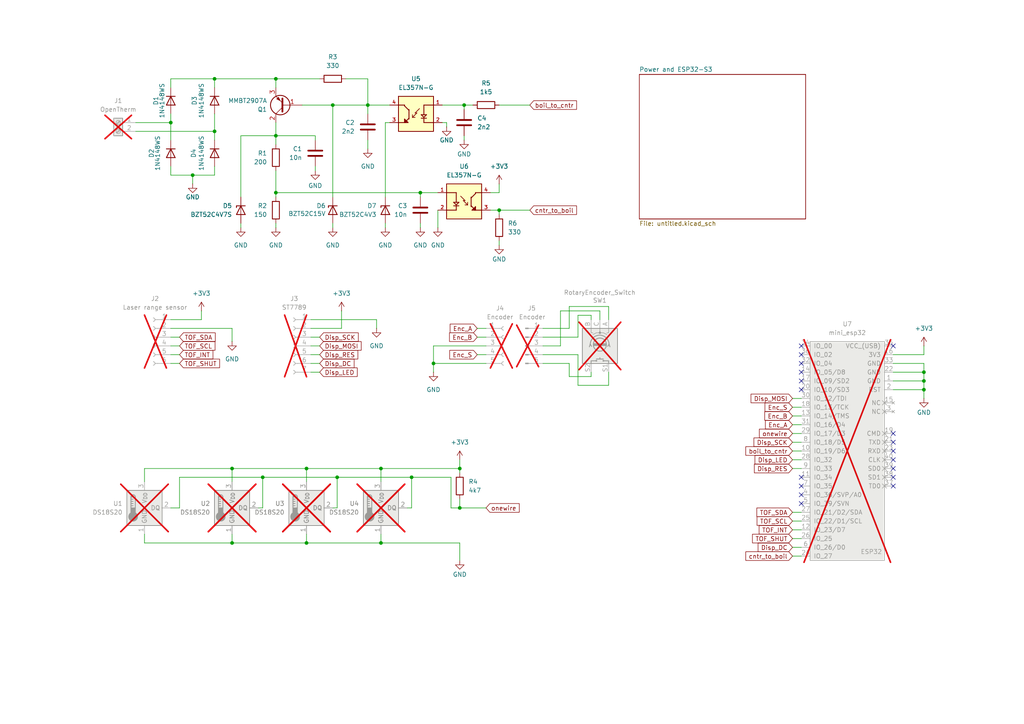
<source format=kicad_sch>
(kicad_sch (version 20231120) (generator "eeschema") (generator_version "8.0")
  (paper "A4")
  (lib_symbols
    (symbol "Connector:Conn_01x05_Pin" (pin_names (offset 1.016) hide)
      (property "Reference" "J" (at 0 7.62 0))
      (property "Value" "Conn_01x05_Pin" (at 0 -7.62 0))
      (symbol "Conn_01x05_Pin_1_1"
        (pin passive line (at 5.08 5.08 180) (length 3.81) (name "Pin_1") (number "1"))
        (pin passive line (at 5.08 2.54 180) (length 3.81) (name "Pin_2") (number "2"))
        (pin passive line (at 5.08 0 180) (length 3.81) (name "Pin_3") (number "3"))
        (pin passive line (at 5.08 -2.54 180) (length 3.81) (name "Pin_4") (number "4"))
        (pin passive line (at 5.08 -5.08 180) (length 3.81) (name "Pin_5") (number "5"))
      )
    )
    (symbol "Connector:Conn_01x05_Socket" (pin_names (offset 1.016) hide)
      (property "Reference" "J" (at 0 7.62 0))
      (property "Value" "Conn_01x05_Socket" (at 0 -7.62 0))
      (symbol "Conn_01x05_Socket_1_1"
        (pin passive line (at -5.08 5.08 0) (length 3.81) (name "Pin_1") (number "1"))
        (pin passive line (at -5.08 2.54 0) (length 3.81) (name "Pin_2") (number "2"))
        (pin passive line (at -5.08 0 0) (length 3.81) (name "Pin_3") (number "3"))
        (pin passive line (at -5.08 -2.54 0) (length 3.81) (name "Pin_4") (number "4"))
        (pin passive line (at -5.08 -5.08 0) (length 3.81) (name "Pin_5") (number "5"))
      )
    )
    (symbol "Connector:Conn_01x06_Socket" (pin_names (offset 1.016) hide)
      (property "Reference" "J" (at 0 7.62 0))
      (property "Value" "Conn_01x06_Socket" (at 0 -10.16 0))
      (symbol "Conn_01x06_Socket_1_1"
        (pin passive line (at -5.08 5.08 0) (length 3.81) (name "Pin_1") (number "1"))
        (pin passive line (at -5.08 2.54 0) (length 3.81) (name "Pin_2") (number "2"))
        (pin passive line (at -5.08 0 0) (length 3.81) (name "Pin_3") (number "3"))
        (pin passive line (at -5.08 -2.54 0) (length 3.81) (name "Pin_4") (number "4"))
        (pin passive line (at -5.08 -5.08 0) (length 3.81) (name "Pin_5") (number "5"))
        (pin passive line (at -5.08 -7.62 0) (length 3.81) (name "Pin_6") (number "6"))
      )
    )
    (symbol "Connector:Conn_01x07_Socket" (pin_names (offset 1.016) hide)
      (property "Reference" "J" (at 0 10.16 0))
      (property "Value" "Conn_01x07_Socket" (at 0 -10.16 0))
      (symbol "Conn_01x07_Socket_1_1"
        (pin passive line (at -5.08 7.62 0) (length 3.81) (name "Pin_1") (number "1"))
        (pin passive line (at -5.08 5.08 0) (length 3.81) (name "Pin_2") (number "2"))
        (pin passive line (at -5.08 2.54 0) (length 3.81) (name "Pin_3") (number "3"))
        (pin passive line (at -5.08 0 0) (length 3.81) (name "Pin_4") (number "4"))
        (pin passive line (at -5.08 -2.54 0) (length 3.81) (name "Pin_5") (number "5"))
        (pin passive line (at -5.08 -5.08 0) (length 3.81) (name "Pin_6") (number "6"))
        (pin passive line (at -5.08 -7.62 0) (length 3.81) (name "Pin_7") (number "7"))
      )
    )
    (symbol "Connector:Screw_Terminal_01x02" (pin_names (offset 1.016) hide)
      (property "Reference" "J" (at 0 2.54 0))
      (property "Value" "Screw_Terminal_01x02" (at 0 -5.08 0))
      (symbol "Screw_Terminal_01x02_1_1"
        (pin passive line (at -5.08 0 0) (length 3.81) (name "Pin_1") (number "1"))
        (pin passive line (at -5.08 -2.54 0) (length 3.81) (name "Pin_2") (number "2"))
      )
    )
    (symbol "D_1" (pin_numbers hide) (pin_names (offset 1.016) hide)
      (property "Reference" "D" (at 0 2.54 0))
      (property "Value" "D" (at 0 -2.54 0))
      (symbol "D_1_1_1"
        (pin passive line (at -3.81 0 0) (length 2.54) (name "K") (number "1"))
        (pin passive line (at 3.81 0 180) (length 2.54) (name "A") (number "2"))
      )
    )
    (symbol "D_2" (pin_numbers hide) (pin_names (offset 1.016) hide)
      (property "Reference" "D" (at 0 2.54 0))
      (property "Value" "D" (at 0 -2.54 0))
      (symbol "D_2_1_1"
        (pin passive line (at -3.81 0 0) (length 2.54) (name "K") (number "1"))
        (pin passive line (at 3.81 0 180) (length 2.54) (name "A") (number "2"))
      )
    )
    (symbol "D_3" (pin_numbers hide) (pin_names (offset 1.016) hide)
      (property "Reference" "D" (at 0 2.54 0))
      (property "Value" "D" (at 0 -2.54 0))
      (symbol "D_3_1_1"
        (pin passive line (at -3.81 0 0) (length 2.54) (name "K") (number "1"))
        (pin passive line (at 3.81 0 180) (length 2.54) (name "A") (number "2"))
      )
    )
    (symbol "D_Zener_1" (pin_numbers hide) (pin_names (offset 1.016) hide)
      (property "Reference" "D" (at 0 2.54 0))
      (property "Value" "D_Zener" (at 0 -2.54 0))
      (symbol "D_Zener_1_1_1"
        (pin passive line (at -3.81 0 0) (length 2.54) (name "K") (number "1"))
        (pin passive line (at 3.81 0 180) (length 2.54) (name "A") (number "2"))
      )
    )
    (symbol "D_Zener_2" (pin_numbers hide) (pin_names (offset 1.016) hide)
      (property "Reference" "D" (at 0 2.54 0))
      (property "Value" "D_Zener" (at 0 -2.54 0))
      (symbol "D_Zener_2_1_1"
        (pin passive line (at -3.81 0 0) (length 2.54) (name "K") (number "1"))
        (pin passive line (at 3.81 0 180) (length 2.54) (name "A") (number "2"))
      )
    )
    (symbol "Device:C" (pin_numbers hide) (pin_names (offset 0.254))
      (property "Reference" "C" (at 0.635 2.54 0))
      (property "Value" "C" (at 0.635 -2.54 0))
      (symbol "C_1_1"
        (pin passive line (at 0 3.81 270) (length 2.794) (name "~") (number "1"))
        (pin passive line (at 0 -3.81 90) (length 2.794) (name "~") (number "2"))
      )
    )
    (symbol "Device:D_Zener" (pin_numbers hide) (pin_names (offset 1.016) hide)
      (property "Reference" "D" (at 0 2.54 0))
      (property "Value" "D_Zener" (at 0 -2.54 0))
      (symbol "D_Zener_1_1"
        (pin passive line (at -3.81 0 0) (length 2.54) (name "K") (number "1"))
        (pin passive line (at 3.81 0 180) (length 2.54) (name "A") (number "2"))
      )
    )
    (symbol "Device:Q_PNP_BCE" (pin_names (offset 0) hide)
      (property "Reference" "Q" (at 5.08 1.27 0))
      (property "Value" "Q_PNP_BCE" (at 5.08 -1.27 0))
      (symbol "Q_PNP_BCE_1_1"
        (pin input line (at -5.08 0 0) (length 5.715) (name "B") (number "1"))
        (pin passive line (at 2.54 5.08 270) (length 2.54) (name "C") (number "2"))
        (pin passive line (at 2.54 -5.08 90) (length 2.54) (name "E") (number "3"))
      )
    )
    (symbol "Device:R" (pin_numbers hide) (pin_names (offset 0))
      (property "Reference" "R" (at 2.032 0 90))
      (property "Value" "R" (at 0 0 90))
      (symbol "R_1_1"
        (pin passive line (at 0 3.81 270) (length 1.27) (name "~") (number "1"))
        (pin passive line (at 0 -3.81 90) (length 1.27) (name "~") (number "2"))
      )
    )
    (symbol "Device:RotaryEncoder_Switch" (pin_names (offset 0.254) hide)
      (property "Reference" "SW" (at 0 6.604 0))
      (property "Value" "RotaryEncoder_Switch" (at 0 -6.604 0))
      (symbol "RotaryEncoder_Switch_1_1"
        (pin passive line (at -7.62 2.54 0) (length 2.54) (name "A") (number "A"))
        (pin passive line (at -7.62 -2.54 0) (length 2.54) (name "B") (number "B"))
        (pin passive line (at -7.62 0 0) (length 2.54) (name "C") (number "C"))
        (pin passive line (at 7.62 2.54 180) (length 2.54) (name "S1") (number "S1"))
        (pin passive line (at 7.62 -2.54 180) (length 2.54) (name "S2") (number "S2"))
      )
    )
    (symbol "EL357N-G:EL357N-G" (pin_names (offset 1.016))
      (property "Reference" "U" (at -5.08 5.08 0))
      (property "Value" "EL357N-G" (at -5.08 -7.62 0))
      (symbol "EL357N-G_0_0"
        (pin passive line (at -7.62 2.54 0) (length 2.54) (name "~") (number "1"))
        (pin passive line (at -7.62 -2.54 0) (length 2.54) (name "~") (number "2"))
        (pin passive line (at 7.62 -2.54 180) (length 2.54) (name "~") (number "3"))
        (pin passive line (at 7.62 2.54 180) (length 2.54) (name "~") (number "4"))
      )
    )
    (symbol "ESP32_mini:mini_esp32" (pin_names (offset 1.016))
      (property "Reference" "U" (at -7.62 -50.8 0))
      (property "Value" "mini_esp32" (at 5.08 -59.69 0))
      (symbol "mini_esp32_0_0"
        (text "ESP32" (at 7.62 -62.23 0) (effects (font (size 1.27 1.27))))
        (pin power_in line (at 13.97 -12.7 180) (length 2.54) (name "GND") (number "1"))
        (pin input line (at 13.97 -15.24 180) (length 2.54) (name "RST") (number "2"))
        (pin no_connect non_logic (at 13.97 -21.59 180) (length 2.54) (name "NC") (number "3"))
        (pin bidirectional line (at -12.7 -45.72 0) (length 2.54) (name "IO_36/SVP/A0") (number "4"))
        (pin bidirectional line (at -12.7 -48.26 0) (length 2.54) (name "IO_39/SVN") (number "5"))
      )
      (symbol "mini_esp32_1_1"
        (pin bidirectional line (at -12.7 -33.02 0) (length 2.54) (name "IO_19/D6") (number "10"))
        (pin bidirectional line (at -12.7 -40.64 0) (length 2.54) (name "IO_34") (number "11"))
        (pin bidirectional line (at -12.7 -55.88 0) (length 2.54) (name "IO_23/D7") (number "12"))
        (pin bidirectional line (at -12.7 -22.86 0) (length 2.54) (name "IO_14/TMS") (number "13"))
        (pin bidirectional line (at -12.7 -10.16 0) (length 2.54) (name "IO_05/D8") (number "14"))
        (pin no_connect non_logic (at 13.97 -19.05 180) (length 2.54) (name "NC") (number "15"))
        (pin power_in line (at 13.97 -5.08 180) (length 2.54) (name "3V3") (number "16"))
        (pin bidirectional line (at -12.7 -12.7 0) (length 2.54) (name "IO_09/SD2") (number "17"))
        (pin bidirectional line (at -12.7 -20.32 0) (length 2.54) (name "IO_13/TCK") (number "18"))
        (pin passive non_logic (at 13.97 -27.94 180) (length 2.54) (name "CMD") (number "19"))
        (pin bidirectional line (at -12.7 -15.24 0) (length 2.54) (name "IO_10/SD3") (number "20"))
        (pin passive non_logic (at 13.97 -30.48 180) (length 2.54) (name "TXD") (number "21"))
        (pin power_in line (at 13.97 -10.16 180) (length 2.54) (name "GND") (number "22"))
        (pin passive non_logic (at 13.97 -33.02 180) (length 2.54) (name "RXD") (number "23"))
        (pin bidirectional line (at -12.7 -63.5 0) (length 2.54) (name "IO_27") (number "24"))
        (pin bidirectional line (at -12.7 -53.34 0) (length 2.54) (name "IO_22/D1/SCL") (number "25"))
        (pin bidirectional line (at -12.7 -58.42 0) (length 2.54) (name "IO_25") (number "26"))
        (pin bidirectional line (at -12.7 -50.8 0) (length 2.54) (name "IO_21/D2/SDA") (number "27"))
        (pin bidirectional line (at -12.7 -35.56 0) (length 2.54) (name "IO_32") (number "28"))
        (pin bidirectional line (at -12.7 -27.94 0) (length 2.54) (name "IO_17/D3") (number "29"))
        (pin bidirectional line (at -12.7 -17.78 0) (length 2.54) (name "IO_12/TDI") (number "30"))
        (pin bidirectional line (at -12.7 -25.4 0) (length 2.54) (name "IO_16/D4") (number "31"))
        (pin bidirectional line (at -12.7 -7.62 0) (length 2.54) (name "IO_04") (number "32"))
        (pin power_in line (at 13.97 -7.62 180) (length 2.54) (name "GND") (number "33"))
        (pin bidirectional line (at -12.7 -2.54 0) (length 2.54) (name "IO_00") (number "34"))
        (pin power_in line (at 13.97 -2.54 180) (length 2.54) (name "VCC_(USB)") (number "35"))
        (pin bidirectional line (at -12.7 -5.08 0) (length 2.54) (name "IO_02") (number "36"))
        (pin passive non_logic (at 13.97 -43.18 180) (length 2.54) (name "TD0") (number "37"))
        (pin passive non_logic (at 13.97 -40.64 180) (length 2.54) (name "SD1") (number "38"))
        (pin passive non_logic (at 13.97 -38.1 180) (length 2.54) (name "SD0") (number "39"))
        (pin passive non_logic (at 13.97 -35.56 180) (length 2.54) (name "CLK") (number "40"))
        (pin bidirectional line (at -12.7 -60.96 0) (length 2.54) (name "IO_26/D0") (number "6"))
        (pin bidirectional line (at -12.7 -43.18 0) (length 2.54) (name "IO_35") (number "7"))
        (pin bidirectional line (at -12.7 -30.48 0) (length 2.54) (name "IO_18/D5") (number "8"))
        (pin bidirectional line (at -12.7 -38.1 0) (length 2.54) (name "IO_33") (number "9"))
      )
    )
    (symbol "Sensor_Temperature:DS18S20"
      (property "Reference" "U" (at -3.81 6.35 0))
      (property "Value" "DS18S20" (at 6.35 6.35 0))
      (symbol "DS18S20_1_1"
        (pin power_in line (at 0 -7.62 90) (length 2.54) (name "GND") (number "1"))
        (pin bidirectional line (at 7.62 0 180) (length 2.54) (name "DQ") (number "2"))
        (pin power_in line (at 0 7.62 270) (length 2.54) (name "V_{DD}") (number "3"))
      )
    )
    (symbol "Simulation_SPICE:D" (pin_numbers hide) (pin_names (offset 1.016) hide)
      (property "Reference" "D" (at 0 2.54 0))
      (property "Value" "D" (at 0 -2.54 0))
      (symbol "D_1_1"
        (pin passive line (at -3.81 0 0) (length 2.54) (name "K") (number "1"))
        (pin passive line (at 3.81 0 180) (length 2.54) (name "A") (number "2"))
      )
    )
    (symbol "power:+3V3" (power) (pin_numbers hide) (pin_names (offset 0) hide)
      (property "Value" "+3V3" (at 0 3.556 0))
      (symbol "+3V3_1_1"
        (pin power_in line (at 0 0 90) (length 0) (name "~") (number "1"))
      )
    )
    (symbol "power:GND" (power) (pin_numbers hide) (pin_names (offset 0) hide)
      (property "Value" "GND" (at 0 -3.81 0))
      (symbol "GND_1_1"
        (pin power_in line (at 0 0 270) (length 0) (name "~") (number "1"))
      )
    )
  )
  (junction (at 267.97 107.95))
  (junction (at 267.97 110.49))
  (junction (at 80.01 22.86))
  (junction (at 110.49 135.89))
  (junction (at 49.53 35.56))
  (junction (at 76.2 138.43))
  (junction (at 96.52 30.48))
  (junction (at 97.79 138.43))
  (junction (at 133.35 135.89))
  (junction (at 110.49 157.48))
  (junction (at 144.78 60.96))
  (junction (at 55.88 50.8))
  (junction (at 133.35 147.32))
  (junction (at 121.92 55.88))
  (junction (at 62.23 22.86))
  (junction (at 62.23 38.1))
  (junction (at 80.01 39.37))
  (junction (at 267.97 113.03))
  (junction (at 67.31 135.89))
  (junction (at 125.73 105.41))
  (junction (at 88.9 157.48))
  (junction (at 67.31 157.48))
  (junction (at 80.01 55.88))
  (junction (at 106.68 30.48))
  (junction (at 88.9 135.89))
  (junction (at 134.62 30.48))
  (junction (at 119.38 138.43))
  (no_connect (at 259.08 125.73))
  (no_connect (at 232.41 105.41))
  (no_connect (at 232.41 102.87))
  (no_connect (at 232.41 140.97))
  (no_connect (at 232.41 143.51))
  (no_connect (at 232.41 146.05))
  (no_connect (at 232.41 113.03))
  (no_connect (at 259.08 135.89))
  (no_connect (at 232.41 100.33))
  (no_connect (at 232.41 107.95))
  (no_connect (at 259.08 100.33))
  (no_connect (at 259.08 130.81))
  (no_connect (at 232.41 138.43))
  (no_connect (at 259.08 138.43))
  (no_connect (at 232.41 110.49))
  (no_connect (at 259.08 140.97))
  (no_connect (at 259.08 128.27))
  (no_connect (at 259.08 133.35))
  (wire (pts (xy 106.68 40.64) (xy 106.68 43.18)))
  (wire (pts (xy 267.97 100.33) (xy 267.97 102.87)))
  (wire (pts (xy 173.99 92.71) (xy 173.99 90.17)))
  (wire (pts (xy 167.64 91.44) (xy 167.64 97.79)))
  (wire (pts (xy 130.81 147.32) (xy 133.35 147.32)))
  (wire (pts (xy 165.1 109.22) (xy 165.1 105.41)))
  (wire (pts (xy 144.78 60.96) (xy 153.67 60.96)))
  (wire (pts (xy 118.11 147.32) (xy 119.38 147.32)))
  (wire (pts (xy 41.91 135.89) (xy 67.31 135.89)))
  (wire (pts (xy 267.97 107.95) (xy 267.97 110.49)))
  (wire (pts (xy 140.97 105.41) (xy 125.73 105.41)))
  (wire (pts (xy 259.08 102.87) (xy 267.97 102.87)))
  (wire (pts (xy 69.85 64.77) (xy 69.85 66.04)))
  (wire (pts (xy 121.92 55.88) (xy 121.92 57.15)))
  (wire (pts (xy 99.06 95.25) (xy 99.06 90.17)))
  (wire (pts (xy 55.88 50.8) (xy 49.53 50.8)))
  (wire (pts (xy 106.68 30.48) (xy 113.03 30.48)))
  (wire (pts (xy 140.97 95.25) (xy 138.43 95.25)))
  (wire (pts (xy 67.31 154.94) (xy 67.31 157.48)))
  (wire (pts (xy 140.97 97.79) (xy 138.43 97.79)))
  (wire (pts (xy 62.23 22.86) (xy 80.01 22.86)))
  (wire (pts (xy 55.88 50.8) (xy 55.88 53.34)))
  (wire (pts (xy 62.23 48.26) (xy 62.23 50.8)))
  (wire (pts (xy 125.73 100.33) (xy 125.73 105.41)))
  (wire (pts (xy 80.01 55.88) (xy 80.01 57.15)))
  (wire (pts (xy 259.08 107.95) (xy 267.97 107.95)))
  (wire (pts (xy 62.23 22.86) (xy 62.23 25.4)))
  (wire (pts (xy 232.41 135.89) (xy 229.87 135.89)))
  (wire (pts (xy 229.87 125.73) (xy 232.41 125.73)))
  (wire (pts (xy 110.49 135.89) (xy 110.49 139.7)))
  (wire (pts (xy 133.35 144.78) (xy 133.35 147.32)))
  (wire (pts (xy 133.35 157.48) (xy 133.35 162.56)))
  (wire (pts (xy 110.49 135.89) (xy 133.35 135.89)))
  (wire (pts (xy 49.53 147.32) (xy 52.07 147.32)))
  (wire (pts (xy 232.41 151.13) (xy 229.87 151.13)))
  (wire (pts (xy 76.2 138.43) (xy 97.79 138.43)))
  (wire (pts (xy 267.97 115.57) (xy 267.97 113.03)))
  (wire (pts (xy 142.24 55.88) (xy 144.78 55.88)))
  (wire (pts (xy 232.41 130.81) (xy 229.87 130.81)))
  (wire (pts (xy 144.78 30.48) (xy 153.67 30.48)))
  (wire (pts (xy 121.92 64.77) (xy 121.92 66.04)))
  (wire (pts (xy 267.97 110.49) (xy 259.08 110.49)))
  (wire (pts (xy 97.79 138.43) (xy 119.38 138.43)))
  (wire (pts (xy 92.71 22.86) (xy 80.01 22.86)))
  (wire (pts (xy 144.78 69.85) (xy 144.78 71.12)))
  (wire (pts (xy 106.68 30.48) (xy 106.68 33.02)))
  (wire (pts (xy 80.01 22.86) (xy 80.01 25.4)))
  (wire (pts (xy 167.64 102.87) (xy 157.48 102.87)))
  (wire (pts (xy 140.97 100.33) (xy 125.73 100.33)))
  (wire (pts (xy 173.99 90.17) (xy 162.56 90.17)))
  (wire (pts (xy 121.92 55.88) (xy 127 55.88)))
  (wire (pts (xy 111.76 35.56) (xy 113.03 35.56)))
  (wire (pts (xy 49.53 35.56) (xy 49.53 40.64)))
  (wire (pts (xy 162.56 90.17) (xy 162.56 100.33)))
  (wire (pts (xy 88.9 135.89) (xy 88.9 139.7)))
  (wire (pts (xy 49.53 33.02) (xy 49.53 35.56)))
  (wire (pts (xy 96.52 147.32) (xy 97.79 147.32)))
  (wire (pts (xy 41.91 157.48) (xy 67.31 157.48)))
  (wire (pts (xy 232.41 133.35) (xy 229.87 133.35)))
  (wire (pts (xy 41.91 154.94) (xy 41.91 157.48)))
  (wire (pts (xy 259.08 113.03) (xy 267.97 113.03)))
  (wire (pts (xy 267.97 105.41) (xy 267.97 107.95)))
  (wire (pts (xy 67.31 157.48) (xy 88.9 157.48)))
  (wire (pts (xy 176.53 88.9) (xy 165.1 88.9)))
  (wire (pts (xy 137.16 30.48) (xy 134.62 30.48)))
  (wire (pts (xy 229.87 156.21) (xy 232.41 156.21)))
  (wire (pts (xy 88.9 157.48) (xy 110.49 157.48)))
  (wire (pts (xy 80.01 64.77) (xy 80.01 66.04)))
  (wire (pts (xy 49.53 22.86) (xy 62.23 22.86)))
  (wire (pts (xy 128.27 30.48) (xy 134.62 30.48)))
  (wire (pts (xy 90.17 105.41) (xy 92.71 105.41)))
  (wire (pts (xy 232.41 128.27) (xy 229.87 128.27)))
  (wire (pts (xy 111.76 64.77) (xy 111.76 66.04)))
  (wire (pts (xy 80.01 39.37) (xy 80.01 41.91)))
  (wire (pts (xy 58.42 92.71) (xy 58.42 90.17)))
  (wire (pts (xy 67.31 95.25) (xy 49.53 95.25)))
  (wire (pts (xy 49.53 102.87) (xy 52.07 102.87)))
  (wire (pts (xy 165.1 88.9) (xy 165.1 95.25)))
  (wire (pts (xy 76.2 138.43) (xy 76.2 147.32)))
  (wire (pts (xy 67.31 99.06) (xy 67.31 95.25)))
  (wire (pts (xy 96.52 30.48) (xy 106.68 30.48)))
  (wire (pts (xy 106.68 30.48) (xy 106.68 22.86)))
  (wire (pts (xy 62.23 38.1) (xy 62.23 40.64)))
  (wire (pts (xy 62.23 50.8) (xy 55.88 50.8)))
  (wire (pts (xy 133.35 135.89) (xy 133.35 137.16)))
  (wire (pts (xy 140.97 102.87) (xy 138.43 102.87)))
  (wire (pts (xy 232.41 118.11) (xy 229.87 118.11)))
  (wire (pts (xy 67.31 135.89) (xy 88.9 135.89)))
  (wire (pts (xy 232.41 115.57) (xy 229.87 115.57)))
  (wire (pts (xy 229.87 158.75) (xy 232.41 158.75)))
  (wire (pts (xy 171.45 107.95) (xy 171.45 109.22)))
  (wire (pts (xy 90.17 100.33) (xy 92.71 100.33)))
  (wire (pts (xy 90.17 107.95) (xy 92.71 107.95)))
  (wire (pts (xy 176.53 111.76) (xy 167.64 111.76)))
  (wire (pts (xy 49.53 97.79) (xy 52.07 97.79)))
  (wire (pts (xy 171.45 92.71) (xy 171.45 91.44)))
  (wire (pts (xy 142.24 60.96) (xy 144.78 60.96)))
  (wire (pts (xy 167.64 111.76) (xy 167.64 102.87)))
  (wire (pts (xy 49.53 50.8) (xy 49.53 48.26)))
  (wire (pts (xy 39.37 38.1) (xy 62.23 38.1)))
  (wire (pts (xy 91.44 40.64) (xy 91.44 39.37)))
  (wire (pts (xy 49.53 105.41) (xy 52.07 105.41)))
  (wire (pts (xy 67.31 135.89) (xy 67.31 139.7)))
  (wire (pts (xy 167.64 97.79) (xy 157.48 97.79)))
  (wire (pts (xy 90.17 92.71) (xy 109.22 92.71)))
  (wire (pts (xy 162.56 100.33) (xy 157.48 100.33)))
  (wire (pts (xy 90.17 97.79) (xy 92.71 97.79)))
  (wire (pts (xy 232.41 148.59) (xy 229.87 148.59)))
  (wire (pts (xy 129.54 35.56) (xy 129.54 36.83)))
  (wire (pts (xy 134.62 39.37) (xy 134.62 40.64)))
  (wire (pts (xy 232.41 123.19) (xy 229.87 123.19)))
  (wire (pts (xy 171.45 109.22) (xy 165.1 109.22)))
  (wire (pts (xy 41.91 139.7) (xy 41.91 135.89)))
  (wire (pts (xy 128.27 35.56) (xy 129.54 35.56)))
  (wire (pts (xy 229.87 161.29) (xy 232.41 161.29)))
  (wire (pts (xy 80.01 49.53) (xy 80.01 55.88)))
  (wire (pts (xy 144.78 53.34) (xy 144.78 55.88)))
  (wire (pts (xy 91.44 48.26) (xy 91.44 49.53)))
  (wire (pts (xy 80.01 55.88) (xy 121.92 55.88)))
  (wire (pts (xy 144.78 60.96) (xy 144.78 62.23)))
  (wire (pts (xy 90.17 95.25) (xy 99.06 95.25)))
  (wire (pts (xy 267.97 113.03) (xy 267.97 110.49)))
  (wire (pts (xy 49.53 25.4) (xy 49.53 22.86)))
  (wire (pts (xy 91.44 39.37) (xy 80.01 39.37)))
  (wire (pts (xy 87.63 30.48) (xy 96.52 30.48)))
  (wire (pts (xy 119.38 138.43) (xy 130.81 138.43)))
  (wire (pts (xy 96.52 64.77) (xy 96.52 66.04)))
  (wire (pts (xy 97.79 138.43) (xy 97.79 147.32)))
  (wire (pts (xy 74.93 147.32) (xy 76.2 147.32)))
  (wire (pts (xy 109.22 92.71) (xy 109.22 95.25)))
  (wire (pts (xy 80.01 39.37) (xy 69.85 39.37)))
  (wire (pts (xy 127 60.96) (xy 127 66.04)))
  (wire (pts (xy 62.23 33.02) (xy 62.23 38.1)))
  (wire (pts (xy 125.73 105.41) (xy 125.73 107.95)))
  (wire (pts (xy 165.1 95.25) (xy 157.48 95.25)))
  (wire (pts (xy 100.33 22.86) (xy 106.68 22.86)))
  (wire (pts (xy 259.08 105.41) (xy 267.97 105.41)))
  (wire (pts (xy 111.76 35.56) (xy 111.76 57.15)))
  (wire (pts (xy 171.45 91.44) (xy 167.64 91.44)))
  (wire (pts (xy 52.07 147.32) (xy 52.07 138.43)))
  (wire (pts (xy 119.38 138.43) (xy 119.38 147.32)))
  (wire (pts (xy 176.53 92.71) (xy 176.53 88.9)))
  (wire (pts (xy 90.17 102.87) (xy 92.71 102.87)))
  (wire (pts (xy 165.1 105.41) (xy 157.48 105.41)))
  (wire (pts (xy 69.85 39.37) (xy 69.85 57.15)))
  (wire (pts (xy 96.52 30.48) (xy 96.52 57.15)))
  (wire (pts (xy 80.01 35.56) (xy 80.01 39.37)))
  (wire (pts (xy 88.9 135.89) (xy 110.49 135.89)))
  (wire (pts (xy 49.53 92.71) (xy 58.42 92.71)))
  (wire (pts (xy 52.07 138.43) (xy 76.2 138.43)))
  (wire (pts (xy 110.49 154.94) (xy 110.49 157.48)))
  (wire (pts (xy 134.62 30.48) (xy 134.62 31.75)))
  (wire (pts (xy 133.35 133.35) (xy 133.35 135.89)))
  (wire (pts (xy 130.81 138.43) (xy 130.81 147.32)))
  (wire (pts (xy 133.35 147.32) (xy 140.97 147.32)))
  (wire (pts (xy 232.41 120.65) (xy 229.87 120.65)))
  (wire (pts (xy 176.53 107.95) (xy 176.53 111.76)))
  (wire (pts (xy 232.41 153.67) (xy 229.87 153.67)))
  (wire (pts (xy 110.49 157.48) (xy 133.35 157.48)))
  (wire (pts (xy 88.9 154.94) (xy 88.9 157.48)))
  (wire (pts (xy 49.53 100.33) (xy 52.07 100.33)))
  (wire (pts (xy 39.37 35.56) (xy 49.53 35.56)))
  (global_label "Disp_RES" (shape input) (at 229.87 135.89 180) (property "Intersheetrefs" "${INTERSHEET_REFS}" (effects (hide yes))))
  (global_label "TOF_INT" (shape input) (at 229.87 153.67 180) (property "Intersheetrefs" "${INTERSHEET_REFS}" (effects (hide yes))))
  (global_label "cntr_to_boil" (shape input) (at 153.67 60.96 0) (property "Intersheetrefs" "${INTERSHEET_REFS}" (effects (hide yes))))
  (global_label "boil_to_cntr" (shape input) (at 153.67 30.48 0) (property "Intersheetrefs" "${INTERSHEET_REFS}" (effects (hide yes))))
  (global_label "Enc_S" (shape input) (at 229.87 118.11 180) (property "Intersheetrefs" "${INTERSHEET_REFS}" (effects (hide yes))))
  (global_label "Enc_A" (shape input) (at 229.87 123.19 180) (property "Intersheetrefs" "${INTERSHEET_REFS}" (effects (hide yes))))
  (global_label "Disp_LED" (shape input) (at 229.87 133.35 180) (property "Intersheetrefs" "${INTERSHEET_REFS}" (effects (hide yes))))
  (global_label "TOF_SDA" (shape input) (at 229.87 148.59 180) (property "Intersheetrefs" "${INTERSHEET_REFS}" (effects (hide yes))))
  (global_label "Enc_B" (shape input) (at 138.43 97.79 180) (property "Intersheetrefs" "${INTERSHEET_REFS}" (effects (hide yes))))
  (global_label "Enc_S" (shape input) (at 138.43 102.87 180) (property "Intersheetrefs" "${INTERSHEET_REFS}" (effects (hide yes))))
  (global_label "onewire" (shape input) (at 140.97 147.32 0) (property "Intersheetrefs" "${INTERSHEET_REFS}" (effects (hide yes))))
  (global_label "Disp_DC" (shape input) (at 92.71 105.41 0) (property "Intersheetrefs" "${INTERSHEET_REFS}" (effects (hide yes))))
  (global_label "TOF_SHUT" (shape input) (at 229.87 156.21 180) (property "Intersheetrefs" "${INTERSHEET_REFS}" (effects (hide yes))))
  (global_label "Disp_LED" (shape input) (at 92.71 107.95 0) (property "Intersheetrefs" "${INTERSHEET_REFS}" (effects (hide yes))))
  (global_label "Disp_DC" (shape input) (at 229.87 158.75 180) (property "Intersheetrefs" "${INTERSHEET_REFS}" (effects (hide yes))))
  (global_label "cntr_to_boil" (shape input) (at 229.87 161.29 180) (property "Intersheetrefs" "${INTERSHEET_REFS}" (effects (hide yes))))
  (global_label "Enc_B" (shape input) (at 229.87 120.65 180) (property "Intersheetrefs" "${INTERSHEET_REFS}" (effects (hide yes))))
  (global_label "Disp_MOSI" (shape input) (at 92.71 100.33 0) (property "Intersheetrefs" "${INTERSHEET_REFS}" (effects (hide yes))))
  (global_label "TOF_SCL" (shape input) (at 52.07 100.33 0) (property "Intersheetrefs" "${INTERSHEET_REFS}" (effects (hide yes))))
  (global_label "Disp_RES" (shape input) (at 92.71 102.87 0) (property "Intersheetrefs" "${INTERSHEET_REFS}" (effects (hide yes))))
  (global_label "TOF_SHUT" (shape input) (at 52.07 105.41 0) (property "Intersheetrefs" "${INTERSHEET_REFS}" (effects (hide yes))))
  (global_label "TOF_INT" (shape input) (at 52.07 102.87 0) (property "Intersheetrefs" "${INTERSHEET_REFS}" (effects (hide yes))))
  (global_label "Enc_A" (shape input) (at 138.43 95.25 180) (property "Intersheetrefs" "${INTERSHEET_REFS}" (effects (hide yes))))
  (global_label "boil_to_cntr" (shape input) (at 229.87 130.81 180) (property "Intersheetrefs" "${INTERSHEET_REFS}" (effects (hide yes))))
  (global_label "Disp_SCK" (shape input) (at 92.71 97.79 0) (property "Intersheetrefs" "${INTERSHEET_REFS}" (effects (hide yes))))
  (global_label "TOF_SDA" (shape input) (at 52.07 97.79 0) (property "Intersheetrefs" "${INTERSHEET_REFS}" (effects (hide yes))))
  (global_label "Disp_SCK" (shape input) (at 229.87 128.27 180) (property "Intersheetrefs" "${INTERSHEET_REFS}" (effects (hide yes))))
  (global_label "TOF_SCL" (shape input) (at 229.87 151.13 180) (property "Intersheetrefs" "${INTERSHEET_REFS}" (effects (hide yes))))
  (global_label "onewire" (shape input) (at 229.87 125.73 180) (property "Intersheetrefs" "${INTERSHEET_REFS}" (effects (hide yes))))
  (global_label "Disp_MOSI" (shape input) (at 229.87 115.57 180) (property "Intersheetrefs" "${INTERSHEET_REFS}" (effects (hide yes))))
  (symbol (lib_id "power:GND") (at 133.35 162.56 0) (unit 1)
    (property "Reference" "#PWR017" (effects (hide yes)))
    (property "Value" "GND" (at 133.35 166.624 0))
    (property "Description" "Power symbol creates a global label with name \"GND\" , ground" (effects (hide yes)))
  )
  (symbol (lib_id "Device:R") (at 144.78 66.04 0) (unit 1)
    (property "Reference" "R6" (at 147.32 64.7699 0) (effects (justify left)))
    (property "Value" "330" (at 147.32 67.3099 0) (effects (justify left)))
    (property "Footprint" "Diode_SMD:D_0805_2012Metric" (effects (hide yes)))
    (property "Description" "Resistor" (effects (hide yes)))
    (property "LCSC Part # " "C17630" (effects (hide yes)))
  )
  (symbol (lib_id "power:+3V3") (at 144.78 53.34 0) (unit 1)
    (property "Reference" "#PWR019" (effects (hide yes)))
    (property "Value" "+3V3" (at 144.78 48.26 0))
    (property "Description" "Power symbol creates a global label with name \"+3V3\"" (effects (hide yes)))
  )
  (symbol (lib_id "power:GND") (at 96.52 66.04 0) (unit 1)
    (property "Reference" "#PWR07" (effects (hide yes)))
    (property "Value" "GND" (at 96.52 71.12 0))
    (property "Description" "Power symbol creates a global label with name \"GND\" , ground" (effects (hide yes)))
  )
  (symbol (lib_id "power:GND") (at 144.78 71.12 0) (unit 1)
    (property "Reference" "#PWR020" (effects (hide yes)))
    (property "Value" "GND" (at 144.78 75.184 0))
    (property "Description" "Power symbol creates a global label with name \"GND\" , ground" (effects (hide yes)))
  )
  (symbol (lib_name "D_Zener_1") (lib_id "Device:D_Zener") (at 111.76 60.96 90) (mirror x) (unit 1)
    (property "Reference" "D7" (at 109.22 59.6899 90) (effects (justify left)))
    (property "Value" "BZT52C4V3" (at 109.22 62.2299 90) (effects (justify left)))
    (property "Footprint" "Diode_SMD:D_SOD-123" (effects (hide yes)))
    (property "Description" "Zener diode" (effects (hide yes)))
    (property "Sim.Device" "D" (effects (hide yes)))
    (property "Sim.Pins" "1=K 2=A" (effects (hide yes)))
    (property "Sim.Params" "bv=4.3" (effects (hide yes)))
    (property "LCSC Part # " "C726993" (effects (hide yes)))
  )
  (symbol (lib_name "D_3") (lib_id "Simulation_SPICE:D") (at 49.53 44.45 270) (unit 1)
    (property "Reference" "D2" (at 43.942 44.45 0))
    (property "Value" "1N4148WS" (at 45.72 44.45 0))
    (property "Footprint" "Diode_SMD:D_SOD-323" (effects (hide yes)))
    (property "Datasheet" "https://ngspice.sourceforge.io/docs/ngspice-html-manual/manual.xhtml#cha_DIODEs" (effects (hide yes)))
    (property "Description" "Diode for simulation or PCB" (effects (hide yes)))
    (property "Sim.Device" "D" (effects (hide yes)))
    (property "Sim.Pins" "1=K 2=A" (effects (hide yes)))
    (property "Sim.Params" "m=0.33 is=1e-14 rs=0.5 n=1.06 tt=5n cjo=1e-12 vj=0.75 fc=0.5" (effects (hide yes)))
    (property "LCSC Part # " "C2128" (effects (hide yes)))
  )
  (symbol (lib_id "Device:C") (at 106.68 36.83 0) (mirror y) (unit 1)
    (property "Reference" "C2" (at 102.87 35.5599 0) (effects (justify left)))
    (property "Value" "2n2" (at 102.87 38.0999 0) (effects (justify left)))
    (property "Footprint" "Capacitor_SMD:C_0603_1608Metric" (effects (hide yes)))
    (property "Description" "Unpolarized capacitor" (effects (hide yes)))
    (property "LCSC Part # " "C1604" (effects (hide yes)))
  )
  (symbol (lib_id "EL357N-G:EL357N-G") (at 134.62 58.42 0) (unit 1)
    (property "Reference" "U6" (at 134.62 48.26 0))
    (property "Value" "EL357N-G" (at 134.62 50.8 0))
    (property "Footprint" "EL357N-G:OPTO_EL357N-G" (effects (hide yes)))
    (property "MF" "Everlight Electronics" (effects (hide yes)))
    (property "MAXIMUM_PACKAGE_HEIGHT" "2.00mm" (effects (hide yes)))
    (property "Package" "SOP-4 Everlight" (effects (hide yes)))
    (property "Price" "None" (effects (hide yes)))
    (property "Check_prices" "https://www.snapeda.com/parts/EL357N-G/Everlight+Electronics+Co+Ltd/view-part/?ref=eda" (effects (hide yes)))
    (property "STANDARD" "Manufacturer Recommendations" (effects (hide yes)))
    (property "PARTREV" "6" (effects (hide yes)))
    (property "SnapEDA_Link" "https://www.snapeda.com/parts/EL357N-G/Everlight+Electronics+Co+Ltd/view-part/?ref=snap" (effects (hide yes)))
    (property "MP" "EL357N-G" (effects (hide yes)))
    (property "Description_1" "\nOptoisolator Transistor Output 3750Vrms 1 Channel 4-SOP (2.54mm)\n" (effects (hide yes)))
    (property "Availability" "In Stock" (effects (hide yes)))
    (property "MANUFACTURER" "Everlight" (effects (hide yes)))
    (property "LCSC Part # " "C29981" (effects (hide yes)))
  )
  (symbol (lib_id "power:+3V3") (at 133.35 133.35 0) (unit 1)
    (property "Reference" "#PWR016" (effects (hide yes)))
    (property "Value" "+3V3" (at 133.35 128.27 0))
    (property "Description" "Power symbol creates a global label with name \"+3V3\"" (effects (hide yes)))
  )
  (symbol (lib_name "D_1") (lib_id "Simulation_SPICE:D") (at 49.53 29.21 270) (unit 1)
    (property "Reference" "D1" (at 45.212 29.21 0))
    (property "Value" "1N4148WS" (at 46.99 29.21 0))
    (property "Footprint" "Diode_SMD:D_SOD-323" (effects (hide yes)))
    (property "Datasheet" "https://ngspice.sourceforge.io/docs/ngspice-html-manual/manual.xhtml#cha_DIODEs" (effects (hide yes)))
    (property "Description" "Diode for simulation or PCB" (effects (hide yes)))
    (property "Sim.Device" "D" (effects (hide yes)))
    (property "Sim.Pins" "1=K 2=A" (effects (hide yes)))
    (property "Sim.Params" "m=0.33 is=1e-14 rs=0.5 n=1.06 tt=5n cjo=1e-12 vj=0.75 fc=0.5" (effects (hide yes)))
    (property "LCSC Part # " "C2128" (effects (hide yes)))
  )
  (symbol (lib_id "ESP32_mini:mini_esp32") (at 245.11 97.79 0) (unit 1) (dnp yes)
    (property "Reference" "U7" (at 245.745 93.98 0))
    (property "Value" "mini_esp32" (at 245.745 96.52 0))
    (property "Footprint" "ESP32_mini:ESP32_mini" (effects (hide yes)))
  )
  (symbol (lib_name "D_Zener_2") (lib_id "Device:D_Zener") (at 96.52 60.96 90) (mirror x) (unit 1)
    (property "Reference" "D6" (at 94.488 59.69 90) (effects (justify left)))
    (property "Value" "BZT52C15V" (at 94.488 61.976 90) (effects (justify left)))
    (property "Footprint" "Diode_SMD:D_SOD-123" (effects (hide yes)))
    (property "Description" "Zener diode" (effects (hide yes)))
    (property "Sim.Device" "D" (effects (hide yes)))
    (property "Sim.Pins" "1=K 2=A" (effects (hide yes)))
    (property "Sim.Params" "bv=15" (effects (hide yes)))
    (property "LCSC Part # " "C5299435" (effects (hide yes)))
  )
  (symbol (lib_id "Connector:Screw_Terminal_01x02") (at 34.29 35.56 0) (mirror y) (unit 1) (dnp yes)
    (property "Reference" "J1" (at 34.29 29.21 0))
    (property "Value" "OpenTherm" (at 34.29 31.75 0))
    (property "Footprint" "TerminalBlock:TerminalBlock_bornier-2_P5.08mm" (effects (hide yes)))
    (property "Description" "Generic screw terminal, single row, 01x02, script generated (kicad-library-utils/schlib/autogen/connector/)" (effects (hide yes)))
  )
  (symbol (lib_id "power:GND") (at 127 66.04 0) (unit 1)
    (property "Reference" "#PWR014" (effects (hide yes)))
    (property "Value" "GND" (at 127 71.12 0))
    (property "Description" "Power symbol creates a global label with name \"GND\" , ground" (effects (hide yes)))
  )
  (symbol (lib_id "Device:R") (at 140.97 30.48 270) (unit 1)
    (property "Reference" "R5" (at 140.97 24.13 90))
    (property "Value" "1k5" (at 140.97 26.67 90))
    (property "Footprint" "Diode_SMD:D_0805_2012Metric" (effects (hide yes)))
    (property "Description" "Resistor" (effects (hide yes)))
    (property "LCSC Part # " "C4310" (effects (hide yes)))
  )
  (symbol (lib_id "power:+3V3") (at 267.97 100.33 0) (unit 1)
    (property "Reference" "#PWR021" (effects (hide yes)))
    (property "Value" "+3V3" (at 267.97 95.25 0))
    (property "Description" "Power symbol creates a global label with name \"+3V3\"" (effects (hide yes)))
  )
  (symbol (lib_id "Sensor_Temperature:DS18S20") (at 41.91 147.32 0) (unit 1) (in_bom no) (dnp yes)
    (property "Reference" "U1" (at 35.56 146.0499 0) (effects (justify right)))
    (property "Value" "DS18S20" (at 35.56 148.5899 0) (effects (justify right)))
    (property "Footprint" "Package_TO_SOT_THT:TO-92L_HandSolder" (effects (hide yes)))
    (property "Datasheet" "http://datasheets.maximintegrated.com/en/ds/DS18S20.pdf" (effects (hide yes)))
    (property "Description" "High-Precision 1-Wire Digital Thermometer TO-92" (effects (hide yes)))
  )
  (symbol (lib_id "Sensor_Temperature:DS18S20") (at 88.9 147.32 0) (unit 1) (in_bom no) (dnp yes)
    (property "Reference" "U3" (at 82.55 146.0499 0) (effects (justify right)))
    (property "Value" "DS18S20" (at 82.55 148.5899 0) (effects (justify right)))
    (property "Footprint" "Package_TO_SOT_THT:TO-92L_HandSolder" (effects (hide yes)))
    (property "Datasheet" "http://datasheets.maximintegrated.com/en/ds/DS18S20.pdf" (effects (hide yes)))
    (property "Description" "High-Precision 1-Wire Digital Thermometer TO-92" (effects (hide yes)))
  )
  (symbol (lib_id "power:GND") (at 129.54 36.83 0) (unit 1)
    (property "Reference" "#PWR015" (effects (hide yes)))
    (property "Value" "GND" (at 129.54 40.64 0))
    (property "Description" "Power symbol creates a global label with name \"GND\" , ground" (effects (hide yes)))
  )
  (symbol (lib_id "EL357N-G:EL357N-G") (at 120.65 33.02 0) (mirror y) (unit 1)
    (property "Reference" "U5" (at 120.65 22.86 0))
    (property "Value" "EL357N-G" (at 120.65 25.4 0))
    (property "Footprint" "EL357N-G:OPTO_EL357N-G" (effects (hide yes)))
    (property "MF" "Everlight Electronics" (effects (hide yes)))
    (property "MAXIMUM_PACKAGE_HEIGHT" "2.00mm" (effects (hide yes)))
    (property "Package" "SOP-4 Everlight" (effects (hide yes)))
    (property "Price" "None" (effects (hide yes)))
    (property "Check_prices" "https://www.snapeda.com/parts/EL357N-G/Everlight+Electronics+Co+Ltd/view-part/?ref=eda" (effects (hide yes)))
    (property "STANDARD" "Manufacturer Recommendations" (effects (hide yes)))
    (property "PARTREV" "6" (effects (hide yes)))
    (property "SnapEDA_Link" "https://www.snapeda.com/parts/EL357N-G/Everlight+Electronics+Co+Ltd/view-part/?ref=snap" (effects (hide yes)))
    (property "MP" "EL357N-G" (effects (hide yes)))
    (property "Description_1" "\nOptoisolator Transistor Output 3750Vrms 1 Channel 4-SOP (2.54mm)\n" (effects (hide yes)))
    (property "Availability" "In Stock" (effects (hide yes)))
    (property "MANUFACTURER" "Everlight" (effects (hide yes)))
    (property "LCSC Part # " "C29981" (effects (hide yes)))
  )
  (symbol (lib_id "Connector:Conn_01x07_Socket") (at 85.09 100.33 0) (mirror y) (unit 1) (dnp yes)
    (property "Reference" "J3" (at 85.344 86.614 0))
    (property "Value" "ST7789" (at 85.344 89.154 0))
    (property "Footprint" "Connector_PinHeader_2.54mm:PinHeader_1x07_P2.54mm_Vertical" (effects (hide yes)))
    (property "Description" "Generic connector, single row, 01x07, script generated" (effects (hide yes)))
  )
  (symbol (lib_id "power:GND") (at 267.97 115.57 0) (unit 1)
    (property "Reference" "#PWR022" (effects (hide yes)))
    (property "Value" "GND" (at 267.97 119.634 0))
    (property "Description" "Power symbol creates a global label with name \"GND\" , ground" (effects (hide yes)))
  )
  (symbol (lib_id "power:GND") (at 106.68 43.18 0) (unit 1)
    (property "Reference" "#PWR09" (effects (hide yes)))
    (property "Value" "GND" (at 106.68 48.26 0))
    (property "Description" "Power symbol creates a global label with name \"GND\" , ground" (effects (hide yes)))
  )
  (symbol (lib_id "Device:R") (at 133.35 140.97 0) (unit 1)
    (property "Reference" "R4" (at 135.89 139.6999 0) (effects (justify left)))
    (property "Value" "4k7" (at 135.89 142.2399 0) (effects (justify left)))
    (property "Footprint" "Resistor_SMD:R_0805_2012Metric" (effects (hide yes)))
    (property "LCSC Part # " "C23162" (effects (hide yes)))
  )
  (symbol (lib_id "Connector:Conn_01x06_Socket") (at 44.45 97.79 0) (mirror y) (unit 1) (dnp yes)
    (property "Reference" "J2" (at 44.958 86.614 0))
    (property "Value" "Laser range sensor" (at 44.958 89.154 0))
    (property "Footprint" "Connector_PinHeader_2.54mm:PinHeader_1x06_P2.54mm_Vertical" (effects (hide yes)))
    (property "Description" "Generic connector, single row, 01x06, script generated" (effects (hide yes)))
  )
  (symbol (lib_id "power:GND") (at 109.22 95.25 0) (unit 1)
    (property "Reference" "#PWR010" (effects (hide yes)))
    (property "Value" "GND" (at 109.22 100.33 0))
    (property "Description" "Power symbol creates a global label with name \"GND\" , ground" (effects (hide yes)))
  )
  (symbol (lib_id "power:GND") (at 55.88 53.34 0) (unit 1)
    (property "Reference" "#PWR01" (effects (hide yes)))
    (property "Value" "GND" (at 55.88 57.15 0))
    (property "Description" "Power symbol creates a global label with name \"GND\" , ground" (effects (hide yes)))
  )
  (symbol (lib_id "Connector:Conn_01x05_Pin") (at 152.4 100.33 0) (unit 1) (exclude_from_sim yes) (in_bom no) (on_board no) (dnp yes)
    (property "Reference" "J5" (at 155.448 89.408 0) (effects (justify right)))
    (property "Value" "Encoder" (at 158.242 91.948 0) (effects (justify right)))
    (property "Description" "Generic connector, single row, 01x05, script generated" (effects (hide yes)))
  )
  (symbol (lib_id "Connector:Conn_01x05_Socket") (at 146.05 100.33 0) (unit 1) (dnp yes)
    (property "Reference" "J4" (at 145.034 89.408 0))
    (property "Value" "Encoder" (at 145.034 91.948 0))
    (property "Footprint" "Connector_PinHeader_2.54mm:PinHeader_1x05_P2.54mm_Vertical" (effects (hide yes)))
    (property "Description" "Generic connector, single row, 01x05, script generated" (effects (hide yes)))
  )
  (symbol (lib_id "Device:C") (at 91.44 44.45 0) (mirror x) (unit 1)
    (property "Reference" "C1" (at 87.63 43.1799 0) (effects (justify right)))
    (property "Value" "10n" (at 87.63 45.7199 0) (effects (justify right)))
    (property "Footprint" "Capacitor_SMD:C_0603_1608Metric" (effects (hide yes)))
    (property "Description" "Unpolarized capacitor" (effects (hide yes)))
    (property "LCSC Part # " "C57112" (effects (hide yes)))
  )
  (symbol (lib_id "power:GND") (at 121.92 66.04 0) (unit 1)
    (property "Reference" "#PWR012" (effects (hide yes)))
    (property "Value" "GND" (at 121.92 71.12 0))
    (property "Description" "Power symbol creates a global label with name \"GND\" , ground" (effects (hide yes)))
  )
  (symbol (lib_id "Device:C") (at 134.62 35.56 180) (unit 1)
    (property "Reference" "C4" (at 138.43 34.2899 0) (effects (justify right)))
    (property "Value" "2n2" (at 138.43 36.8299 0) (effects (justify right)))
    (property "Footprint" "Capacitor_SMD:C_0603_1608Metric" (effects (hide yes)))
    (property "Description" "Unpolarized capacitor" (effects (hide yes)))
    (property "LCSC Part # " "C1604" (effects (hide yes)))
  )
  (symbol (lib_id "Device:R") (at 96.52 22.86 270) (unit 1)
    (property "Reference" "R3" (at 96.52 16.51 90))
    (property "Value" "330" (at 96.52 19.05 90))
    (property "Footprint" "Resistor_SMD:R_0805_2012Metric" (effects (hide yes)))
    (property "Description" "Resistor" (effects (hide yes)))
    (property "LCSC Part # " "C17630" (effects (hide yes)))
  )
  (symbol (lib_id "power:GND") (at 67.31 99.06 0) (unit 1)
    (property "Reference" "#PWR03" (effects (hide yes)))
    (property "Value" "GND" (at 67.31 104.14 0))
    (property "Description" "Power symbol creates a global label with name \"GND\" , ground" (effects (hide yes)))
  )
  (symbol (lib_name "D_2") (lib_id "Simulation_SPICE:D") (at 62.23 29.21 270) (unit 1)
    (property "Reference" "D3" (at 56.388 29.21 0))
    (property "Value" "1N4148WS" (at 58.42 29.21 0))
    (property "Footprint" "Diode_SMD:D_SOD-323" (effects (hide yes)))
    (property "Datasheet" "https://ngspice.sourceforge.io/docs/ngspice-html-manual/manual.xhtml#cha_DIODEs" (effects (hide yes)))
    (property "Description" "Diode for simulation or PCB" (effects (hide yes)))
    (property "Sim.Device" "D" (effects (hide yes)))
    (property "Sim.Pins" "1=K 2=A" (effects (hide yes)))
    (property "Sim.Params" "m=0.33 is=1e-14 rs=0.5 n=1.06 tt=5n cjo=1e-12 vj=0.75 fc=0.5" (effects (hide yes)))
    (property "LCSC Part # " "C2128" (effects (hide yes)))
  )
  (symbol (lib_id "power:GND") (at 111.76 66.04 0) (unit 1)
    (property "Reference" "#PWR011" (effects (hide yes)))
    (property "Value" "GND" (at 111.76 71.12 0))
    (property "Description" "Power symbol creates a global label with name \"GND\" , ground" (effects (hide yes)))
  )
  (symbol (lib_id "power:GND") (at 80.01 66.04 0) (unit 1)
    (property "Reference" "#PWR05" (effects (hide yes)))
    (property "Value" "GND" (at 80.01 71.12 0))
    (property "Description" "Power symbol creates a global label with name \"GND\" , ground" (effects (hide yes)))
  )
  (symbol (lib_id "Sensor_Temperature:DS18S20") (at 67.31 147.32 0) (unit 1) (in_bom no) (dnp yes)
    (property "Reference" "U2" (at 60.96 146.0499 0) (effects (justify right)))
    (property "Value" "DS18S20" (at 60.96 148.5899 0) (effects (justify right)))
    (property "Footprint" "Package_TO_SOT_THT:TO-92L_HandSolder" (effects (hide yes)))
    (property "Datasheet" "http://datasheets.maximintegrated.com/en/ds/DS18S20.pdf" (effects (hide yes)))
    (property "Description" "High-Precision 1-Wire Digital Thermometer TO-92" (effects (hide yes)))
  )
  (symbol (lib_id "Simulation_SPICE:D") (at 62.23 44.45 270) (unit 1)
    (property "Reference" "D4" (at 56.134 44.45 0))
    (property "Value" "1N4148WS" (at 58.42 44.45 0))
    (property "Footprint" "Diode_SMD:D_SOD-323" (effects (hide yes)))
    (property "Datasheet" "https://ngspice.sourceforge.io/docs/ngspice-html-manual/manual.xhtml#cha_DIODEs" (effects (hide yes)))
    (property "Description" "Diode for simulation or PCB" (effects (hide yes)))
    (property "Sim.Device" "D" (effects (hide yes)))
    (property "Sim.Pins" "1=K 2=A" (effects (hide yes)))
    (property "Sim.Params" "m=0.33 is=1e-14 rs=0.5 n=1.06 tt=5n cjo=1e-12 vj=0.75 fc=0.5" (effects (hide yes)))
    (property "LCSC Part # " "C2128" (effects (hide yes)))
  )
  (symbol (lib_id "Device:R") (at 80.01 45.72 0) (mirror y) (unit 1)
    (property "Reference" "R1" (at 77.47 44.4499 0) (effects (justify left)))
    (property "Value" "200" (at 77.47 46.9899 0) (effects (justify left)))
    (property "Footprint" "Resistor_SMD:R_0805_2012Metric" (effects (hide yes)))
    (property "Description" "Resistor" (effects (hide yes)))
    (property "LCSC Part # " "C25292" (effects (hide yes)))
  )
  (symbol (lib_id "power:+3V3") (at 58.42 90.17 0) (unit 1)
    (property "Reference" "#PWR02" (effects (hide yes)))
    (property "Value" "+3V3" (at 58.42 85.09 0))
    (property "Description" "Power symbol creates a global label with name \"+3V3\"" (effects (hide yes)))
  )
  (symbol (lib_id "power:+3V3") (at 99.06 90.17 0) (unit 1)
    (property "Reference" "#PWR08" (effects (hide yes)))
    (property "Value" "+3V3" (at 99.06 85.09 0))
    (property "Description" "Power symbol creates a global label with name \"+3V3\"" (effects (hide yes)))
  )
  (symbol (lib_id "Device:RotaryEncoder_Switch") (at 173.99 100.33 270) (unit 1) (exclude_from_sim yes) (in_bom no) (on_board no) (dnp yes)
    (property "Reference" "SW1" (at 176.022 87.122 90) (effects (justify right)))
    (property "Value" "RotaryEncoder_Switch" (at 184.404 84.836 90) (effects (justify right)))
    (property "Description" "Rotary encoder, dual channel, incremental quadrate outputs, with switch" (effects (hide yes)))
  )
  (symbol (lib_id "Device:C") (at 121.92 60.96 0) (mirror x) (unit 1)
    (property "Reference" "C3" (at 118.11 59.6899 0) (effects (justify right)))
    (property "Value" "10n" (at 118.11 62.2299 0) (effects (justify right)))
    (property "Footprint" "Capacitor_SMD:C_0603_1608Metric" (effects (hide yes)))
    (property "Description" "Unpolarized capacitor" (effects (hide yes)))
    (property "LCSC Part # " "C57112" (effects (hide yes)))
  )
  (symbol (lib_id "Sensor_Temperature:DS18S20") (at 110.49 147.32 0) (unit 1) (in_bom no) (dnp yes)
    (property "Reference" "U4" (at 104.14 146.0499 0) (effects (justify right)))
    (property "Value" "DS18S20" (at 104.14 148.5899 0) (effects (justify right)))
    (property "Footprint" "Package_TO_SOT_THT:TO-92L_HandSolder" (effects (hide yes)))
    (property "Datasheet" "http://datasheets.maximintegrated.com/en/ds/DS18S20.pdf" (effects (hide yes)))
    (property "Description" "High-Precision 1-Wire Digital Thermometer TO-92" (effects (hide yes)))
  )
  (symbol (lib_id "Device:Q_PNP_BCE") (at 82.55 30.48 180) (unit 1)
    (property "Reference" "Q1" (at 77.47 31.7501 0) (effects (justify left)))
    (property "Value" "MMBT2907A" (at 77.47 29.2101 0) (effects (justify left)))
    (property "Footprint" "Package_TO_SOT_SMD:SOT-23" (effects (hide yes)))
    (property "Description" "PNP transistor, base/collector/emitter" (effects (hide yes)))
    (property "Sim.Device" "PNP" (effects (hide yes)))
    (property "Sim.Type" "GUMMELPOON" (effects (hide yes)))
    (property "Sim.Pins" "1=B 2=C 3=E" (effects (hide yes)))
    (property "Sim.Params" "is=1.7E-14 bf=240 nf=1 vaf=100 ikf=0.2 ise=1E-13 ne=2 br=7 nr=1 var=10 ikr=0.03 isc=1E-13 nc=2 rb=10 re=0.5 rc=1 cje=13.5p vje=0.6 mje=0.33 tf=0.35n cjc=6.5p vjc=0.5 mjc=0.4 tr=30n xtb=1.5 eg=1.11 kf=0 af=1" (effects (hide yes)))
    (property "LCSC Part # " "C916373" (effects (hide yes)))
  )
  (symbol (lib_id "power:GND") (at 134.62 40.64 0) (unit 1)
    (property "Reference" "#PWR018" (effects (hide yes)))
    (property "Value" "GND" (at 134.62 44.704 0))
    (property "Description" "Power symbol creates a global label with name \"GND\" , ground" (effects (hide yes)))
  )
  (symbol (lib_id "power:GND") (at 69.85 66.04 0) (unit 1)
    (property "Reference" "#PWR04" (effects (hide yes)))
    (property "Value" "GND" (at 69.85 71.12 0))
    (property "Description" "Power symbol creates a global label with name \"GND\" , ground" (effects (hide yes)))
  )
  (symbol (lib_id "power:GND") (at 91.44 49.53 0) (unit 1)
    (property "Reference" "#PWR06" (effects (hide yes)))
    (property "Value" "GND" (at 91.44 53.848 0))
    (property "Description" "Power symbol creates a global label with name \"GND\" , ground" (effects (hide yes)))
  )
  (symbol (lib_id "Device:D_Zener") (at 69.85 60.96 90) (mirror x) (unit 1)
    (property "Reference" "D5" (at 67.31 59.6899 90) (effects (justify left)))
    (property "Value" "BZT52C4V7S" (at 67.31 62.2299 90) (effects (justify left)))
    (property "Footprint" "Diode_SMD:D_SOD-323" (effects (hide yes)))
    (property "Description" "Zener diode" (effects (hide yes)))
    (property "Sim.Device" "D" (effects (hide yes)))
    (property "Sim.Pins" "1=K 2=A" (effects (hide yes)))
    (property "Sim.Params" "m=0.33 is=5.0e-10 rs=0.5 n=1.05 tt=1n cjo=50p vj=0.75 fc=0.5 bv=4.7 ibv=5m" (effects (hide yes)))
    (property "LCSC Part # " "C5190168" (effects (hide yes)))
  )
  (symbol (lib_id "power:GND") (at 125.73 107.95 0) (mirror y) (unit 1)
    (property "Reference" "#PWR013" (effects (hide yes)))
    (property "Value" "GND" (at 125.73 113.03 0))
    (property "Description" "Power symbol creates a global label with name \"GND\" , ground" (effects (hide yes)))
  )
  (symbol (lib_id "Device:R") (at 80.01 60.96 0) (mirror y) (unit 1)
    (property "Reference" "R2" (at 77.47 59.6899 0) (effects (justify left)))
    (property "Value" "150" (at 77.47 62.2299 0) (effects (justify left)))
    (property "Footprint" "Resistor_SMD:R_0805_2012Metric" (effects (hide yes)))
    (property "Description" "Resistor" (effects (hide yes)))
    (property "LCSC Part # " "C17471" (effects (hide yes)))
  )
  (sheet (at 185.42 21.59) (size 48.26 41.91) (stroke (width 0.1524))
    (property "Sheetname" "Power and ESP32-S3" (at 185.42 20.8784 0) (effects (justify left bottom)))
    (property "Sheetfile" "untitled.kicad_sch" (at 185.42 64.0846 0) (effects (justify left top)))
  )
)
</source>
